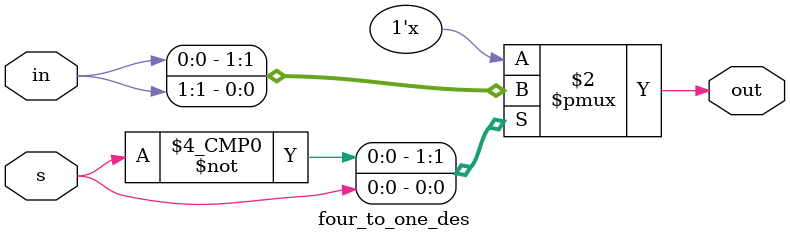
<source format=v>
module four_to_one_des(out, in, s);

input [3:0] in;
input s;

output reg out;

always @(*)
begin
	case(s)
	
		2'b00 : out = in[0];
		2'b01 : out = in[1];
		2'b10 : out = in[2];
		2'b11 : out = in[3];
	endcase
end
	endmodule

</source>
